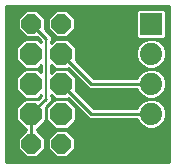
<source format=gbl>
G75*
G70*
%OFA0B0*%
%FSLAX24Y24*%
%IPPOS*%
%LPD*%
%AMOC8*
5,1,8,0,0,1.08239X$1,22.5*
%
%ADD10OC8,0.0740*%
%ADD11OC8,0.0640*%
%ADD12R,0.0740X0.0740*%
%ADD13C,0.0740*%
%ADD14C,0.0100*%
%ADD15C,0.0080*%
D10*
X001161Y001909D03*
X002161Y001909D03*
X002161Y002909D03*
X001161Y002909D03*
X001161Y003909D03*
X002161Y003909D03*
D11*
X002151Y004909D03*
X001151Y004909D03*
X001151Y000909D03*
X002151Y000909D03*
D12*
X005151Y004909D03*
D13*
X005151Y003909D03*
X005151Y002909D03*
X005151Y001909D03*
D14*
X005751Y000309D02*
X000301Y000309D01*
X000301Y005509D01*
X005751Y005509D01*
X005751Y000309D01*
X005751Y000402D02*
X000301Y000402D01*
X000301Y000501D02*
X000924Y000501D01*
X000965Y000459D02*
X001338Y000459D01*
X001601Y000723D01*
X001601Y001096D01*
X001338Y001359D01*
X001336Y001359D01*
X001336Y001409D01*
X001368Y001409D01*
X001661Y001702D01*
X001661Y002116D01*
X001637Y002141D01*
X001831Y002335D01*
X001831Y002484D01*
X001821Y002494D01*
X001821Y002542D01*
X001954Y002409D01*
X001661Y002116D01*
X001661Y001702D01*
X001954Y001409D01*
X002368Y001409D01*
X002661Y001702D01*
X002661Y002116D01*
X002368Y002409D01*
X002387Y002429D01*
X002981Y001835D01*
X003087Y001729D01*
X004685Y001729D01*
X004727Y001626D01*
X004868Y001485D01*
X005052Y001409D01*
X005251Y001409D01*
X005434Y001485D01*
X005575Y001626D01*
X005651Y001810D01*
X005651Y002009D01*
X005575Y002192D01*
X005434Y002333D01*
X005251Y002409D01*
X005052Y002409D01*
X004868Y002333D01*
X004727Y002192D01*
X004685Y002089D01*
X003236Y002089D01*
X002642Y002683D01*
X002661Y002702D01*
X002661Y003116D01*
X002368Y003409D01*
X002387Y003429D01*
X002981Y002835D01*
X003087Y002729D01*
X004685Y002729D01*
X004727Y002626D01*
X004868Y002485D01*
X005052Y002409D01*
X005251Y002409D01*
X005434Y002485D01*
X005575Y002626D01*
X005651Y002810D01*
X005651Y003009D01*
X005575Y003192D01*
X005434Y003333D01*
X005251Y003409D01*
X005052Y003409D01*
X005251Y003409D01*
X005434Y003485D01*
X005575Y003626D01*
X005651Y003810D01*
X005651Y004009D01*
X005575Y004192D01*
X005434Y004333D01*
X005251Y004409D01*
X005052Y004409D01*
X004868Y004333D01*
X004727Y004192D01*
X004651Y004009D01*
X004651Y003810D01*
X004727Y003626D01*
X004868Y003485D01*
X005052Y003409D01*
X004868Y003333D01*
X004727Y003192D01*
X004685Y003089D01*
X003236Y003089D01*
X002642Y003683D01*
X002661Y003702D01*
X002661Y004116D01*
X002368Y004409D01*
X001954Y004409D01*
X001821Y004276D01*
X001821Y004325D01*
X001831Y004335D01*
X001831Y004484D01*
X001597Y004718D01*
X001601Y004723D01*
X001601Y005096D01*
X001338Y005359D01*
X000965Y005359D01*
X000701Y005096D01*
X000701Y004723D01*
X000965Y004459D01*
X001338Y004459D01*
X001342Y004464D01*
X001481Y004325D01*
X001481Y004296D01*
X001368Y004409D01*
X000954Y004409D01*
X000661Y004116D01*
X000661Y003702D01*
X000954Y003409D01*
X000661Y003116D01*
X000661Y002702D01*
X000954Y002409D01*
X000661Y002116D01*
X000661Y001702D01*
X000954Y001409D01*
X000976Y001409D01*
X000976Y001359D01*
X000965Y001359D01*
X000701Y001096D01*
X000701Y000723D01*
X000965Y000459D01*
X000825Y000599D02*
X000301Y000599D01*
X000301Y000698D02*
X000726Y000698D01*
X000701Y000796D02*
X000301Y000796D01*
X000301Y000895D02*
X000701Y000895D01*
X000701Y000993D02*
X000301Y000993D01*
X000301Y001092D02*
X000701Y001092D01*
X000796Y001190D02*
X000301Y001190D01*
X000301Y001289D02*
X000894Y001289D01*
X000976Y001387D02*
X000301Y001387D01*
X000301Y001486D02*
X000877Y001486D01*
X000779Y001585D02*
X000301Y001585D01*
X000301Y001683D02*
X000680Y001683D01*
X000661Y001782D02*
X000301Y001782D01*
X000301Y001880D02*
X000661Y001880D01*
X000661Y001979D02*
X000301Y001979D01*
X000301Y002077D02*
X000661Y002077D01*
X000721Y002176D02*
X000301Y002176D01*
X000301Y002274D02*
X000819Y002274D01*
X000918Y002373D02*
X000301Y002373D01*
X000301Y002471D02*
X000892Y002471D01*
X000954Y002409D02*
X001368Y002409D01*
X000954Y002409D01*
X000793Y002570D02*
X000301Y002570D01*
X000301Y002669D02*
X000695Y002669D01*
X000661Y002767D02*
X000301Y002767D01*
X000301Y002866D02*
X000661Y002866D01*
X000661Y002964D02*
X000301Y002964D01*
X000301Y003063D02*
X000661Y003063D01*
X000706Y003161D02*
X000301Y003161D01*
X000301Y003260D02*
X000805Y003260D01*
X000903Y003358D02*
X000301Y003358D01*
X000301Y003457D02*
X000906Y003457D01*
X000954Y003409D02*
X001368Y003409D01*
X000954Y003409D01*
X000808Y003555D02*
X000301Y003555D01*
X000301Y003654D02*
X000709Y003654D01*
X000661Y003752D02*
X000301Y003752D01*
X000301Y003851D02*
X000661Y003851D01*
X000661Y003950D02*
X000301Y003950D01*
X000301Y004048D02*
X000661Y004048D01*
X000691Y004147D02*
X000301Y004147D01*
X000301Y004245D02*
X000790Y004245D01*
X000889Y004344D02*
X000301Y004344D01*
X000301Y004442D02*
X001364Y004442D01*
X001434Y004344D02*
X001462Y004344D01*
X001651Y004409D02*
X001151Y004909D01*
X001466Y005231D02*
X001836Y005231D01*
X001935Y005329D02*
X001368Y005329D01*
X001565Y005132D02*
X001738Y005132D01*
X001701Y005096D02*
X001701Y004723D01*
X001965Y004459D01*
X002338Y004459D01*
X002601Y004723D01*
X002601Y005096D01*
X002338Y005359D01*
X001965Y005359D01*
X001701Y005096D01*
X001701Y005034D02*
X001601Y005034D01*
X001601Y004935D02*
X001701Y004935D01*
X001701Y004836D02*
X001601Y004836D01*
X001601Y004738D02*
X001701Y004738D01*
X001676Y004639D02*
X001785Y004639D01*
X001774Y004541D02*
X001883Y004541D01*
X001831Y004442D02*
X004694Y004442D01*
X004727Y004409D02*
X004651Y004485D01*
X004651Y005333D01*
X004727Y005409D01*
X005575Y005409D01*
X005651Y005333D01*
X005651Y004485D01*
X005575Y004409D01*
X004727Y004409D01*
X004780Y004245D02*
X002532Y004245D01*
X002434Y004344D02*
X004894Y004344D01*
X004708Y004147D02*
X002631Y004147D01*
X002661Y004048D02*
X004668Y004048D01*
X004651Y003950D02*
X002661Y003950D01*
X002661Y003851D02*
X004651Y003851D01*
X004675Y003752D02*
X002661Y003752D01*
X002671Y003654D02*
X004716Y003654D01*
X004798Y003555D02*
X002770Y003555D01*
X002868Y003457D02*
X004937Y003457D01*
X004929Y003358D02*
X002967Y003358D01*
X003065Y003260D02*
X004795Y003260D01*
X004714Y003161D02*
X003164Y003161D01*
X003161Y002909D02*
X005151Y002909D01*
X005508Y003260D02*
X005751Y003260D01*
X005751Y003358D02*
X005374Y003358D01*
X005365Y003457D02*
X005751Y003457D01*
X005751Y003555D02*
X005504Y003555D01*
X005587Y003654D02*
X005751Y003654D01*
X005751Y003752D02*
X005627Y003752D01*
X005651Y003851D02*
X005751Y003851D01*
X005751Y003950D02*
X005651Y003950D01*
X005635Y004048D02*
X005751Y004048D01*
X005751Y004147D02*
X005594Y004147D01*
X005522Y004245D02*
X005751Y004245D01*
X005751Y004344D02*
X005409Y004344D01*
X005608Y004442D02*
X005751Y004442D01*
X005751Y004541D02*
X005651Y004541D01*
X005651Y004639D02*
X005751Y004639D01*
X005751Y004738D02*
X005651Y004738D01*
X005651Y004836D02*
X005751Y004836D01*
X005751Y004935D02*
X005651Y004935D01*
X005651Y005034D02*
X005751Y005034D01*
X005751Y005132D02*
X005651Y005132D01*
X005651Y005231D02*
X005751Y005231D01*
X005751Y005329D02*
X005651Y005329D01*
X005751Y005428D02*
X000301Y005428D01*
X000301Y005329D02*
X000935Y005329D01*
X000836Y005231D02*
X000301Y005231D01*
X000301Y005132D02*
X000738Y005132D01*
X000701Y005034D02*
X000301Y005034D01*
X000301Y004935D02*
X000701Y004935D01*
X000701Y004836D02*
X000301Y004836D01*
X000301Y004738D02*
X000701Y004738D01*
X000785Y004639D02*
X000301Y004639D01*
X000301Y004541D02*
X000883Y004541D01*
X001831Y004344D02*
X001889Y004344D01*
X002161Y003909D02*
X003161Y002909D01*
X003049Y002767D02*
X002661Y002767D01*
X002656Y002669D02*
X004710Y002669D01*
X004783Y002570D02*
X002755Y002570D01*
X002854Y002471D02*
X004902Y002471D01*
X004964Y002373D02*
X002952Y002373D01*
X003051Y002274D02*
X004809Y002274D01*
X004720Y002176D02*
X003149Y002176D01*
X003161Y001909D02*
X005151Y001909D01*
X005534Y001585D02*
X005751Y001585D01*
X005751Y001683D02*
X005599Y001683D01*
X005639Y001782D02*
X005751Y001782D01*
X005751Y001880D02*
X005651Y001880D01*
X005651Y001979D02*
X005751Y001979D01*
X005751Y002077D02*
X005623Y002077D01*
X005582Y002176D02*
X005751Y002176D01*
X005751Y002274D02*
X005493Y002274D01*
X005338Y002373D02*
X005751Y002373D01*
X005751Y002471D02*
X005401Y002471D01*
X005519Y002570D02*
X005751Y002570D01*
X005751Y002669D02*
X005593Y002669D01*
X005633Y002767D02*
X005751Y002767D01*
X005751Y002866D02*
X005651Y002866D01*
X005651Y002964D02*
X005751Y002964D01*
X005751Y003063D02*
X005629Y003063D01*
X005588Y003161D02*
X005751Y003161D01*
X004651Y004541D02*
X002419Y004541D01*
X002518Y004639D02*
X004651Y004639D01*
X004651Y004738D02*
X002601Y004738D01*
X002601Y004836D02*
X004651Y004836D01*
X004651Y004935D02*
X002601Y004935D01*
X002601Y005034D02*
X004651Y005034D01*
X004651Y005132D02*
X002565Y005132D01*
X002466Y005231D02*
X004651Y005231D01*
X004651Y005329D02*
X002368Y005329D01*
X001821Y003542D02*
X001954Y003409D01*
X001821Y003276D01*
X001821Y003542D01*
X001821Y003457D02*
X001906Y003457D01*
X001954Y003409D02*
X002368Y003409D01*
X001954Y003409D01*
X001903Y003358D02*
X001821Y003358D01*
X001481Y003358D02*
X001419Y003358D01*
X001368Y003409D02*
X001481Y003296D01*
X001481Y003522D01*
X001368Y003409D01*
X001416Y003457D02*
X001481Y003457D01*
X002161Y002909D02*
X003161Y001909D01*
X003034Y001782D02*
X002661Y001782D01*
X002661Y001880D02*
X002936Y001880D01*
X002837Y001979D02*
X002661Y001979D01*
X002661Y002077D02*
X002739Y002077D01*
X002640Y002176D02*
X002602Y002176D01*
X002542Y002274D02*
X002503Y002274D01*
X002443Y002373D02*
X002405Y002373D01*
X002368Y002409D02*
X001954Y002409D01*
X002368Y002409D01*
X001918Y002373D02*
X001831Y002373D01*
X001819Y002274D02*
X001771Y002274D01*
X001721Y002176D02*
X001672Y002176D01*
X001661Y002077D02*
X001661Y002077D01*
X001661Y001979D02*
X001661Y001979D01*
X001661Y001880D02*
X001661Y001880D01*
X001661Y001782D02*
X001661Y001782D01*
X001642Y001683D02*
X001680Y001683D01*
X001779Y001585D02*
X001544Y001585D01*
X001445Y001486D02*
X001877Y001486D01*
X001965Y001359D02*
X001701Y001096D01*
X001701Y000723D01*
X001965Y000459D01*
X002338Y000459D01*
X002601Y000723D01*
X002601Y001096D01*
X002338Y001359D01*
X001965Y001359D01*
X001894Y001289D02*
X001408Y001289D01*
X001336Y001387D02*
X005751Y001387D01*
X005751Y001289D02*
X002408Y001289D01*
X002506Y001190D02*
X005751Y001190D01*
X005751Y001092D02*
X002601Y001092D01*
X002601Y000993D02*
X005751Y000993D01*
X005751Y000895D02*
X002601Y000895D01*
X002601Y000796D02*
X005751Y000796D01*
X005751Y000698D02*
X002576Y000698D01*
X002477Y000599D02*
X005751Y000599D01*
X005751Y000501D02*
X002379Y000501D01*
X001924Y000501D02*
X001379Y000501D01*
X001477Y000599D02*
X001825Y000599D01*
X001726Y000698D02*
X001576Y000698D01*
X001601Y000796D02*
X001701Y000796D01*
X001701Y000895D02*
X001601Y000895D01*
X001601Y000993D02*
X001701Y000993D01*
X001701Y001092D02*
X001601Y001092D01*
X001506Y001190D02*
X001796Y001190D01*
X001151Y000919D02*
X001151Y000909D01*
X001151Y000919D02*
X001161Y001909D01*
X001161Y001919D01*
X001651Y002409D01*
X001481Y002494D02*
X001382Y002395D01*
X001368Y002409D01*
X001481Y002522D01*
X001481Y002494D01*
X001459Y002471D02*
X001430Y002471D01*
X001831Y002471D02*
X001892Y002471D01*
X002661Y002866D02*
X002950Y002866D01*
X002852Y002964D02*
X002661Y002964D01*
X002661Y003063D02*
X002753Y003063D01*
X002655Y003161D02*
X002616Y003161D01*
X002556Y003260D02*
X002518Y003260D01*
X002458Y003358D02*
X002419Y003358D01*
X002642Y001683D02*
X004704Y001683D01*
X004769Y001585D02*
X002544Y001585D01*
X002445Y001486D02*
X004867Y001486D01*
X005435Y001486D02*
X005751Y001486D01*
D15*
X001651Y002409D02*
X001651Y004409D01*
M02*

</source>
